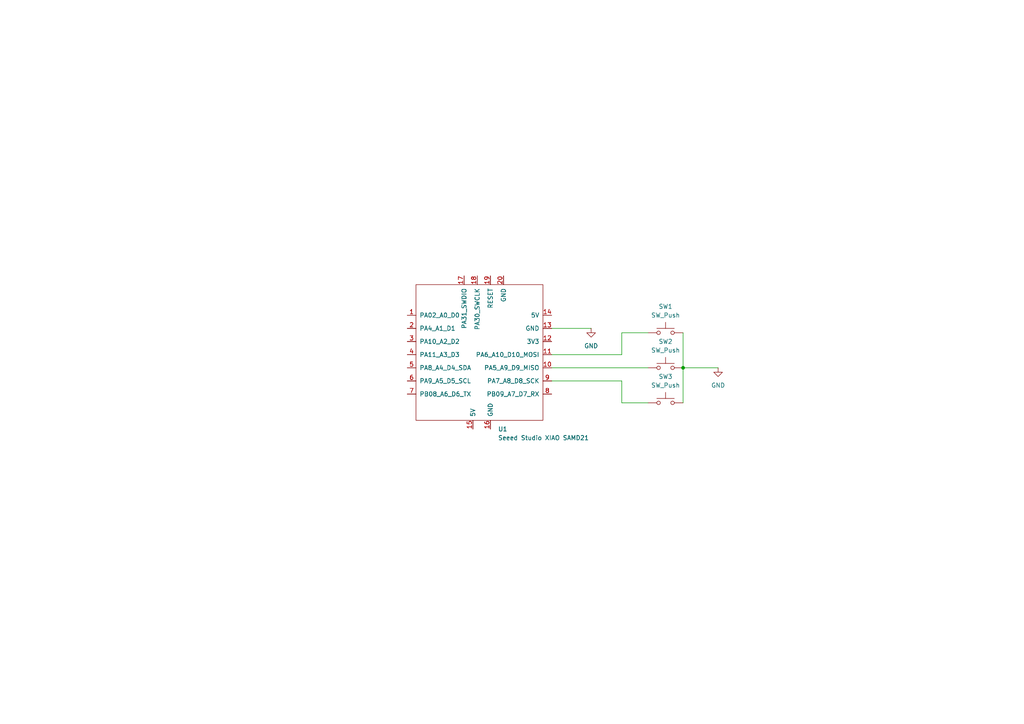
<source format=kicad_sch>
(kicad_sch (version 20231120) (generator "eeschema") (generator_version "8.0")
  (paper "A4")
  (lib_symbols
    (symbol "Seeed_Studio_XIAO_Series:Seeed Studio XIAO SAMD21" (pin_names (offset 1.016))
      (property "Reference" "U" (at -19.05 22.86 0))
      (property "Value" "Seeed Studio XIAO SAMD21" (at -12.7 21.59 0))
      (symbol "Seeed Studio XIAO SAMD21_0_1"
        (rectangle (start -19.05 20.32) (end 17.78 -19.05))
      )
      (symbol "Seeed Studio XIAO SAMD21_1_1"
        (pin unspecified line (at -21.59 11.43 0) (length 2.54) (name "PA02_A0_D0") (number "1"))
        (pin unspecified line (at 20.32 -3.81 180) (length 2.54) (name "PA5_A9_D9_MISO") (number "10"))
        (pin unspecified line (at 20.32 0 180) (length 2.54) (name "PA6_A10_D10_MOSI") (number "11"))
        (pin unspecified line (at 20.32 3.81 180) (length 2.54) (name "3V3") (number "12"))
        (pin unspecified line (at 20.32 7.62 180) (length 2.54) (name "GND") (number "13"))
        (pin unspecified line (at 20.32 11.43 180) (length 2.54) (name "5V") (number "14"))
        (pin input line (at -2.54 -21.59 90) (length 2.54) (name "5V") (number "15"))
        (pin input line (at 2.54 -21.59 90) (length 2.54) (name "GND") (number "16"))
        (pin input line (at -5.08 22.86 270) (length 2.54) (name "PA31_SWDIO") (number "17"))
        (pin input line (at -1.27 22.86 270) (length 2.54) (name "PA30_SWCLK") (number "18"))
        (pin input line (at 2.54 22.86 270) (length 2.54) (name "RESET") (number "19"))
        (pin unspecified line (at -21.59 7.62 0) (length 2.54) (name "PA4_A1_D1") (number "2"))
        (pin input line (at 6.35 22.86 270) (length 2.54) (name "GND") (number "20"))
        (pin unspecified line (at -21.59 3.81 0) (length 2.54) (name "PA10_A2_D2") (number "3"))
        (pin unspecified line (at -21.59 0 0) (length 2.54) (name "PA11_A3_D3") (number "4"))
        (pin unspecified line (at -21.59 -3.81 0) (length 2.54) (name "PA8_A4_D4_SDA") (number "5"))
        (pin unspecified line (at -21.59 -7.62 0) (length 2.54) (name "PA9_A5_D5_SCL") (number "6"))
        (pin unspecified line (at -21.59 -11.43 0) (length 2.54) (name "PB08_A6_D6_TX") (number "7"))
        (pin unspecified line (at 20.32 -11.43 180) (length 2.54) (name "PB09_A7_D7_RX") (number "8"))
        (pin unspecified line (at 20.32 -7.62 180) (length 2.54) (name "PA7_A8_D8_SCK") (number "9"))
      )
    )
    (symbol "Switch:SW_Push" (pin_numbers hide) (pin_names (offset 1.016) hide)
      (property "Reference" "SW" (at 1.27 2.54 0))
      (property "Value" "SW_Push" (at 0 -1.524 0))
      (symbol "SW_Push_0_1"
        (circle (center -2.032 0) (radius 0.508))
        (polyline (pts (xy 0 1.27) (xy 0 3.048)))
        (polyline (pts (xy 2.54 1.27) (xy -2.54 1.27)))
        (circle (center 2.032 0) (radius 0.508))
        (pin passive line (at -5.08 0 0) (length 2.54) (name "1") (number "1"))
        (pin passive line (at 5.08 0 180) (length 2.54) (name "2") (number "2"))
      )
    )
    (symbol "power:GND" (power) (pin_numbers hide) (pin_names (offset 0) hide)
      (property "Value" "GND" (at 0 -3.81 0))
      (symbol "GND_0_1"
        (polyline (pts (xy 0 0) (xy 0 -1.27) (xy 1.27 -1.27) (xy 0 -2.54) (xy -1.27 -1.27) (xy 0 -1.27)))
      )
      (symbol "GND_1_1"
        (pin power_in line (at 0 0 270) (length 0) (name "~") (number "1"))
      )
    )
  )
  (junction (at 198.12 106.68))
  (wire (pts (xy 198.12 106.68) (xy 208.28 106.68)))
  (wire (pts (xy 160.02 102.87) (xy 180.34 102.87)))
  (wire (pts (xy 180.34 96.52) (xy 187.96 96.52)))
  (wire (pts (xy 198.12 96.52) (xy 198.12 106.68)))
  (wire (pts (xy 180.34 102.87) (xy 180.34 96.52)))
  (wire (pts (xy 198.12 106.68) (xy 198.12 116.84)))
  (wire (pts (xy 180.34 116.84) (xy 187.96 116.84)))
  (wire (pts (xy 160.02 95.25) (xy 171.45 95.25)))
  (wire (pts (xy 180.34 110.49) (xy 180.34 116.84)))
  (wire (pts (xy 160.02 110.49) (xy 180.34 110.49)))
  (wire (pts (xy 160.02 106.68) (xy 187.96 106.68)))
  (symbol (lib_id "Switch:SW_Push") (at 193.04 106.68 0) (unit 1)
    (property "Reference" "SW2" (at 193.04 99.06 0))
    (property "Value" "SW_Push" (at 193.04 101.6 0))
    (property "Footprint" "Button_Switch_Keyboard:SW_Cherry_MX_1.00u_PCB" (effects (hide yes)))
    (property "Description" "Push button switch, generic, two pins" (effects (hide yes)))
  )
  (symbol (lib_id "Seeed_Studio_XIAO_Series:Seeed Studio XIAO SAMD21") (at 139.7 102.87 0) (unit 1)
    (property "Reference" "U1" (at 144.4341 124.46 0) (effects (justify left)))
    (property "Value" "Seeed Studio XIAO SAMD21" (at 144.4341 127 0) (effects (justify left)))
    (property "Footprint" "Seeed Studio XIAO Series Library:XIAO-Generic-Thruhole-14P-2.54-21X17.8MM" (effects (hide yes)))
  )
  (symbol (lib_id "power:GND") (at 208.28 106.68 0) (unit 1)
    (property "Reference" "#PWR01" (effects (hide yes)))
    (property "Value" "GND" (at 208.28 111.76 0))
    (property "Description" "Power symbol creates a global label with name \"GND\" , ground" (effects (hide yes)))
  )
  (symbol (lib_id "Switch:SW_Push") (at 193.04 116.84 0) (unit 1)
    (property "Reference" "SW3" (at 193.04 109.22 0))
    (property "Value" "SW_Push" (at 193.04 111.76 0))
    (property "Footprint" "Button_Switch_Keyboard:SW_Cherry_MX_1.00u_PCB" (effects (hide yes)))
    (property "Description" "Push button switch, generic, two pins" (effects (hide yes)))
  )
  (symbol (lib_id "power:GND") (at 171.45 95.25 0) (unit 1)
    (property "Reference" "#PWR02" (effects (hide yes)))
    (property "Value" "GND" (at 171.45 100.33 0))
    (property "Description" "Power symbol creates a global label with name \"GND\" , ground" (effects (hide yes)))
  )
  (symbol (lib_id "Switch:SW_Push") (at 193.04 96.52 0) (unit 1)
    (property "Reference" "SW1" (at 193.04 88.9 0))
    (property "Value" "SW_Push" (at 193.04 91.44 0))
    (property "Footprint" "Button_Switch_Keyboard:SW_Cherry_MX_1.00u_PCB" (effects (hide yes)))
    (property "Description" "Push button switch, generic, two pins" (effects (hide yes)))
  )
)
</source>
